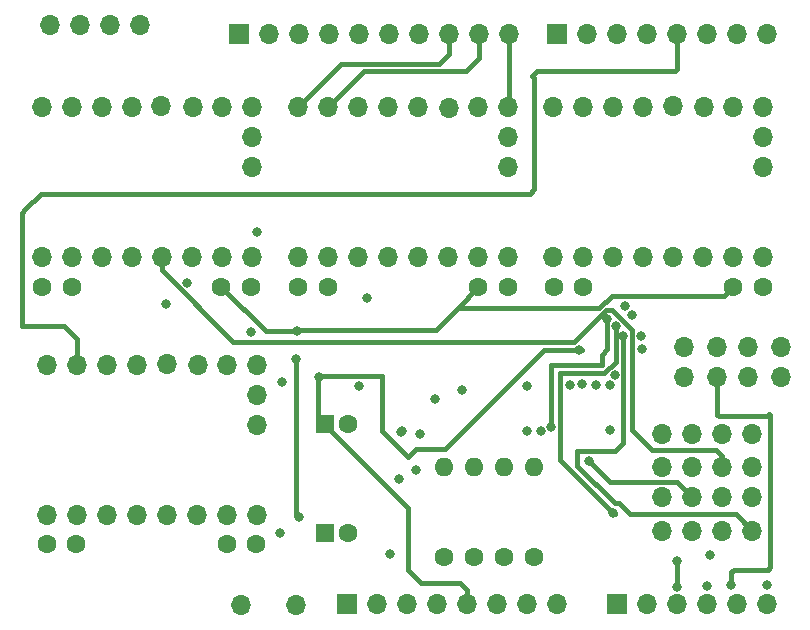
<source format=gbr>
%TF.GenerationSoftware,KiCad,Pcbnew,(6.0.6)*%
%TF.CreationDate,2022-07-08T14:07:57+08:00*%
%TF.ProjectId,Stepper,53746570-7065-4722-9e6b-696361645f70,rev?*%
%TF.SameCoordinates,Original*%
%TF.FileFunction,Copper,L3,Inr*%
%TF.FilePolarity,Positive*%
%FSLAX46Y46*%
G04 Gerber Fmt 4.6, Leading zero omitted, Abs format (unit mm)*
G04 Created by KiCad (PCBNEW (6.0.6)) date 2022-07-08 14:07:57*
%MOMM*%
%LPD*%
G01*
G04 APERTURE LIST*
%TA.AperFunction,ComponentPad*%
%ADD10R,1.700000X1.700000*%
%TD*%
%TA.AperFunction,ComponentPad*%
%ADD11O,1.700000X1.700000*%
%TD*%
%TA.AperFunction,ComponentPad*%
%ADD12C,1.600000*%
%TD*%
%TA.AperFunction,ComponentPad*%
%ADD13O,1.600000X1.600000*%
%TD*%
%TA.AperFunction,ComponentPad*%
%ADD14R,1.600000X1.600000*%
%TD*%
%TA.AperFunction,ViaPad*%
%ADD15C,0.800000*%
%TD*%
%TA.AperFunction,Conductor*%
%ADD16C,0.400000*%
%TD*%
G04 APERTURE END LIST*
D10*
%TO.N,unconnected-(J1-Pad1)*%
%TO.C,J1*%
X127940000Y-97460000D03*
D11*
%TO.N,/IOREF*%
X130480000Y-97460000D03*
%TO.N,/~{RESET}*%
X133020000Y-97460000D03*
%TO.N,+3V3*%
X135560000Y-97460000D03*
%TO.N,+5V*%
X138100000Y-97460000D03*
%TO.N,GND*%
X140640000Y-97460000D03*
X143180000Y-97460000D03*
%TO.N,VCC*%
X145720000Y-97460000D03*
%TD*%
D10*
%TO.N,/A0*%
%TO.C,J3*%
X150800000Y-97460000D03*
D11*
%TO.N,/A1*%
X153340000Y-97460000D03*
%TO.N,/A2*%
X155880000Y-97460000D03*
%TO.N,/A3*%
X158420000Y-97460000D03*
%TO.N,/SDA{slash}A4*%
X160960000Y-97460000D03*
%TO.N,/SCL{slash}A5*%
X163500000Y-97460000D03*
%TD*%
D10*
%TO.N,/SCL{slash}A5*%
%TO.C,J2*%
X118796000Y-49200000D03*
D11*
%TO.N,/SDA{slash}A4*%
X121336000Y-49200000D03*
%TO.N,/AREF*%
X123876000Y-49200000D03*
%TO.N,GND*%
X126416000Y-49200000D03*
%TO.N,/13*%
X128956000Y-49200000D03*
%TO.N,/12*%
X131496000Y-49200000D03*
%TO.N,/\u002A11*%
X134036000Y-49200000D03*
%TO.N,/\u002A10*%
X136576000Y-49200000D03*
%TO.N,/\u002A9*%
X139116000Y-49200000D03*
%TO.N,/8*%
X141656000Y-49200000D03*
%TD*%
D10*
%TO.N,/7*%
%TO.C,J4*%
X145720000Y-49200000D03*
D11*
%TO.N,/\u002A6*%
X148260000Y-49200000D03*
%TO.N,/\u002A5*%
X150800000Y-49200000D03*
%TO.N,/4*%
X153340000Y-49200000D03*
%TO.N,/\u002A3*%
X155880000Y-49200000D03*
%TO.N,/2*%
X158420000Y-49200000D03*
%TO.N,/TX{slash}1*%
X160960000Y-49200000D03*
%TO.N,/RX{slash}0*%
X163500000Y-49200000D03*
%TD*%
%TO.N,N/C*%
%TO.C,*%
X119900000Y-57840000D03*
%TD*%
%TO.N,N/C*%
%TO.C,*%
X133970000Y-68060000D03*
%TD*%
%TO.N,N/C*%
%TO.C,*%
X156500000Y-75660000D03*
%TD*%
%TO.N,N/C*%
%TO.C,*%
X133925799Y-55355827D03*
%TD*%
%TO.N,N/C*%
%TO.C,*%
X131430000Y-68060000D03*
%TD*%
%TO.N,N/C*%
%TO.C,*%
X104660000Y-68000000D03*
%TD*%
%TO.N,N/C*%
%TO.C,*%
X156500000Y-78200000D03*
%TD*%
%TO.N,N/C*%
%TO.C,*%
X117824201Y-77144173D03*
%TD*%
%TO.N,N/C*%
%TO.C,*%
X112700000Y-77140000D03*
%TD*%
%TO.N,N/C*%
%TO.C,*%
X158191710Y-55371710D03*
%TD*%
D12*
%TO.N,N/C*%
%TO.C,REF\u002A\u002A*%
X139050000Y-70600000D03*
X141550000Y-70600000D03*
%TD*%
D11*
%TO.N,N/C*%
%TO.C,*%
X117360000Y-68000000D03*
%TD*%
%TO.N,N/C*%
%TO.C,*%
X147960000Y-55300000D03*
%TD*%
%TO.N,N/C*%
%TO.C,*%
X162220000Y-83000000D03*
%TD*%
%TO.N,N/C*%
%TO.C,*%
X147960000Y-68000000D03*
%TD*%
%TO.N,N/C*%
%TO.C,*%
X157160000Y-91200000D03*
%TD*%
%TO.N,N/C*%
%TO.C,*%
X105124201Y-77144173D03*
%TD*%
%TO.N,N/C*%
%TO.C,*%
X120364201Y-82224173D03*
%TD*%
%TO.N,N/C*%
%TO.C,*%
X139050000Y-68060000D03*
%TD*%
%TO.N,N/C*%
%TO.C,*%
X119900000Y-55300000D03*
%TD*%
%TO.N,N/C*%
%TO.C,*%
X150500000Y-68000000D03*
%TD*%
%TO.N,N/C*%
%TO.C,*%
X154620000Y-91200000D03*
%TD*%
%TO.N,N/C*%
%TO.C,*%
X157140000Y-83000000D03*
%TD*%
%TO.N,N/C*%
%TO.C,*%
X145420000Y-68000000D03*
%TD*%
%TO.N,N/C*%
%TO.C,*%
X163200000Y-68000000D03*
%TD*%
%TO.N,N/C*%
%TO.C,*%
X159680000Y-83000000D03*
%TD*%
%TO.N,N/C*%
%TO.C,*%
X150500000Y-55300000D03*
%TD*%
%TO.N,N/C*%
%TO.C,*%
X163200000Y-60380000D03*
%TD*%
%TO.N,N/C*%
%TO.C,*%
X123810000Y-55360000D03*
%TD*%
%TO.N,N/C*%
%TO.C,*%
X119900000Y-60380000D03*
%TD*%
D12*
%TO.N,N/C*%
%TO.C,REF\u002A\u002A*%
X160660000Y-70540000D03*
X163160000Y-70540000D03*
%TD*%
%TO.N,N/C*%
%TO.C,REF\u002A\u002A*%
X143800000Y-93400000D03*
D13*
X143800000Y-85780000D03*
%TD*%
D11*
%TO.N,N/C*%
%TO.C,*%
X126350000Y-68060000D03*
%TD*%
%TO.N,N/C*%
%TO.C,*%
X115355911Y-77215883D03*
%TD*%
%TO.N,N/C*%
%TO.C,*%
X109740000Y-55300000D03*
%TD*%
%TO.N,N/C*%
%TO.C,*%
X114891710Y-55371710D03*
%TD*%
%TO.N,N/C*%
%TO.C,*%
X141590000Y-68060000D03*
%TD*%
%TO.N,N/C*%
%TO.C,*%
X102584201Y-77144173D03*
%TD*%
%TO.N,N/C*%
%TO.C,*%
X164700000Y-78180000D03*
%TD*%
%TO.N,N/C*%
%TO.C,*%
X161900000Y-78180000D03*
%TD*%
%TO.N,N/C*%
%TO.C,*%
X157160000Y-88400000D03*
%TD*%
%TO.N,N/C*%
%TO.C,*%
X107860000Y-48400000D03*
%TD*%
%TO.N,N/C*%
%TO.C,*%
X159700000Y-91200000D03*
%TD*%
%TO.N,N/C*%
%TO.C,*%
X128890000Y-68060000D03*
%TD*%
%TO.N,N/C*%
%TO.C,*%
X102584201Y-89844173D03*
%TD*%
%TO.N,N/C*%
%TO.C,*%
X160660000Y-68000000D03*
%TD*%
%TO.N,N/C*%
%TO.C,*%
X131430000Y-55360000D03*
%TD*%
D12*
%TO.N,N/C*%
%TO.C,REF\u002A\u002A*%
X136180000Y-93400000D03*
D13*
X136180000Y-85780000D03*
%TD*%
D11*
%TO.N,N/C*%
%TO.C,*%
X105124201Y-89844173D03*
%TD*%
%TO.N,N/C*%
%TO.C,*%
X157160000Y-85800000D03*
%TD*%
%TO.N,N/C*%
%TO.C,*%
X153040000Y-68000000D03*
%TD*%
%TO.N,N/C*%
%TO.C,*%
X141590000Y-55360000D03*
%TD*%
%TO.N,N/C*%
%TO.C,*%
X119900000Y-68000000D03*
%TD*%
%TO.N,N/C*%
%TO.C,*%
X117824201Y-89844173D03*
%TD*%
D14*
%TO.N,N/C*%
%TO.C,REF\u002A\u002A*%
X126044888Y-91400000D03*
D12*
X128044888Y-91400000D03*
%TD*%
D11*
%TO.N,N/C*%
%TO.C,*%
X104660000Y-55300000D03*
%TD*%
D12*
%TO.N,N/C*%
%TO.C,REF\u002A\u002A*%
X138720000Y-93400000D03*
D13*
X138720000Y-85780000D03*
%TD*%
D11*
%TO.N,N/C*%
%TO.C,*%
X161900000Y-75640000D03*
%TD*%
%TO.N,N/C*%
%TO.C,*%
X102120000Y-55300000D03*
%TD*%
%TO.N,N/C*%
%TO.C,*%
X163200000Y-57840000D03*
%TD*%
%TO.N,N/C*%
%TO.C,*%
X154620000Y-85800000D03*
%TD*%
%TO.N,N/C*%
%TO.C,*%
X162240000Y-88400000D03*
%TD*%
%TO.N,N/C*%
%TO.C,*%
X136581710Y-55431710D03*
%TD*%
%TO.N,N/C*%
%TO.C,*%
X155580000Y-68000000D03*
%TD*%
%TO.N,N/C*%
%TO.C,*%
X164700000Y-75640000D03*
%TD*%
%TO.N,N/C*%
%TO.C,*%
X141590000Y-60440000D03*
%TD*%
D12*
%TO.N,N/C*%
%TO.C,REF\u002A\u002A*%
X141260000Y-93400000D03*
D13*
X141260000Y-85780000D03*
%TD*%
D11*
%TO.N,N/C*%
%TO.C,*%
X109740000Y-68000000D03*
%TD*%
%TO.N,N/C*%
%TO.C,*%
X136510000Y-68060000D03*
%TD*%
%TO.N,N/C*%
%TO.C,*%
X159700000Y-85800000D03*
%TD*%
%TO.N,N/C*%
%TO.C,*%
X154620000Y-88400000D03*
%TD*%
%TO.N,N/C*%
%TO.C,*%
X160660000Y-55300000D03*
%TD*%
%TO.N,N/C*%
%TO.C,*%
X114820000Y-68000000D03*
%TD*%
%TO.N,N/C*%
%TO.C,*%
X123810000Y-68060000D03*
%TD*%
%TO.N,N/C*%
%TO.C,*%
X120364201Y-89844173D03*
%TD*%
%TO.N,N/C*%
%TO.C,*%
X107664201Y-89844173D03*
%TD*%
%TO.N,N/C*%
%TO.C,*%
X128890000Y-55360000D03*
%TD*%
%TO.N,N/C*%
%TO.C,*%
X117360000Y-55300000D03*
%TD*%
%TO.N,N/C*%
%TO.C,*%
X155535799Y-55295827D03*
%TD*%
%TO.N,N/C*%
%TO.C,*%
X163200000Y-55300000D03*
%TD*%
%TO.N,N/C*%
%TO.C,*%
X159700000Y-88400000D03*
%TD*%
D12*
%TO.N,N/C*%
%TO.C,REF\u002A\u002A*%
X145460000Y-70540000D03*
X147960000Y-70540000D03*
%TD*%
D11*
%TO.N,GND*%
%TO.C,*%
X123600000Y-97500000D03*
%TD*%
%TO.N,N/C*%
%TO.C,*%
X115284201Y-89844173D03*
%TD*%
%TO.N,N/C*%
%TO.C,*%
X126350000Y-55360000D03*
%TD*%
D14*
%TO.N,N/C*%
%TO.C,REF\u002A\u002A*%
X126044888Y-82200000D03*
D12*
X128044888Y-82200000D03*
%TD*%
D11*
%TO.N,N/C*%
%TO.C,*%
X112280000Y-68000000D03*
%TD*%
%TO.N,N/C*%
%TO.C,*%
X159300000Y-75640000D03*
%TD*%
D12*
%TO.N,N/C*%
%TO.C,REF\u002A\u002A*%
X123810000Y-70600000D03*
X126310000Y-70600000D03*
%TD*%
D11*
%TO.N,N/C*%
%TO.C,*%
X107200000Y-55300000D03*
%TD*%
%TO.N,N/C*%
%TO.C,*%
X110204201Y-77144173D03*
%TD*%
%TO.N,N/C*%
%TO.C,*%
X153040000Y-55300000D03*
%TD*%
%TO.N,VCC*%
%TO.C,*%
X119000000Y-97500000D03*
%TD*%
%TO.N,N/C*%
%TO.C,*%
X102120000Y-68000000D03*
%TD*%
%TO.N,N/C*%
%TO.C,*%
X110204201Y-89844173D03*
%TD*%
D12*
%TO.N,N/C*%
%TO.C,REF\u002A\u002A*%
X102540000Y-92380000D03*
X105040000Y-92380000D03*
%TD*%
D11*
%TO.N,N/C*%
%TO.C,*%
X162240000Y-85800000D03*
%TD*%
%TO.N,N/C*%
%TO.C,*%
X112744201Y-89844173D03*
%TD*%
%TO.N,N/C*%
%TO.C,*%
X107200000Y-68000000D03*
%TD*%
%TO.N,N/C*%
%TO.C,*%
X141590000Y-57900000D03*
%TD*%
%TO.N,N/C*%
%TO.C,*%
X162240000Y-91200000D03*
%TD*%
%TO.N,N/C*%
%TO.C,*%
X145420000Y-55300000D03*
%TD*%
%TO.N,N/C*%
%TO.C,*%
X120364201Y-79684173D03*
%TD*%
%TO.N,N/C*%
%TO.C,*%
X158120000Y-68000000D03*
%TD*%
D12*
%TO.N,N/C*%
%TO.C,REF\u002A\u002A*%
X117780000Y-92380000D03*
X120280000Y-92380000D03*
%TD*%
%TO.N,N/C*%
%TO.C,REF\u002A\u002A*%
X102146709Y-70571710D03*
X104646709Y-70571710D03*
%TD*%
D11*
%TO.N,N/C*%
%TO.C,*%
X110400000Y-48400000D03*
%TD*%
%TO.N,N/C*%
%TO.C,*%
X112235799Y-55295827D03*
%TD*%
%TO.N,N/C*%
%TO.C,*%
X154600000Y-83000000D03*
%TD*%
%TO.N,N/C*%
%TO.C,*%
X102780000Y-48400000D03*
%TD*%
%TO.N,N/C*%
%TO.C,*%
X120364201Y-77144173D03*
%TD*%
%TO.N,N/C*%
%TO.C,*%
X105320000Y-48400000D03*
%TD*%
%TO.N,N/C*%
%TO.C,*%
X159300000Y-78180000D03*
%TD*%
%TO.N,N/C*%
%TO.C,*%
X139050000Y-55360000D03*
%TD*%
%TO.N,N/C*%
%TO.C,*%
X107664201Y-77144173D03*
%TD*%
D12*
%TO.N,N/C*%
%TO.C,REF\u002A\u002A*%
X117315799Y-70540000D03*
X119815799Y-70540000D03*
%TD*%
D15*
%TO.N,*%
X152800000Y-74700000D03*
X137700000Y-79300000D03*
X150200000Y-78900000D03*
X135400000Y-80100000D03*
X150200000Y-78900000D03*
X158700000Y-93300000D03*
X131600000Y-93200000D03*
X132550000Y-82850000D03*
X134100000Y-83000000D03*
X148400000Y-85300000D03*
X151300000Y-74700000D03*
X134100000Y-83000000D03*
X150600000Y-78000000D03*
X149000000Y-78900000D03*
X134100000Y-83000000D03*
X132600000Y-82800000D03*
X150700000Y-73900000D03*
X147800000Y-78800000D03*
X145200000Y-82400000D03*
X150200000Y-82700000D03*
X143200000Y-79000000D03*
X144350000Y-82750000D03*
X150000000Y-73300000D03*
X152900000Y-75800000D03*
X134100000Y-83000000D03*
X150500000Y-89700000D03*
X143200000Y-82800000D03*
X151500000Y-72200000D03*
X123700000Y-74300000D03*
X152050000Y-72950000D03*
X146800000Y-78900000D03*
X145200000Y-82400000D03*
X147800000Y-78800000D03*
X114400000Y-70200000D03*
%TO.N,GND*%
X120350000Y-65950000D03*
X123850000Y-90050000D03*
X132350000Y-86850000D03*
X129000000Y-79000000D03*
X123600000Y-76700000D03*
X133800000Y-86100000D03*
%TO.N,+5V*%
X147600000Y-75900000D03*
X112600000Y-72000000D03*
X125600000Y-78200000D03*
%TO.N,/A2*%
X155880000Y-96020000D03*
X155850000Y-93750000D03*
%TO.N,/A3*%
X158420000Y-95920000D03*
%TO.N,/SDA{slash}A4*%
X160450000Y-95850000D03*
%TO.N,/SCL{slash}A5*%
X163500000Y-95800000D03*
%TO.N,VCC*%
X129600000Y-71500000D03*
X119815799Y-74400000D03*
X122400000Y-78600000D03*
X122300000Y-91400000D03*
%TD*%
D16*
%TO.N,*%
X148400000Y-85300000D02*
X150200000Y-87100000D01*
X150700000Y-73900000D02*
X150700000Y-76900000D01*
X151300000Y-74700000D02*
X151300000Y-83800000D01*
X150000000Y-75800000D02*
X149500000Y-76300000D01*
X146000000Y-85200000D02*
X150500000Y-89700000D01*
X150400000Y-72500000D02*
X152100000Y-74200000D01*
X152100000Y-74200000D02*
X152100000Y-82700000D01*
X150500000Y-89700000D02*
X150600000Y-89800000D01*
X150200000Y-87100000D02*
X155860000Y-87100000D01*
X149500000Y-77200000D02*
X145200000Y-77200000D01*
X155860000Y-87100000D02*
X157160000Y-88400000D01*
X159700000Y-84900000D02*
X159700000Y-85800000D01*
X146000000Y-77900000D02*
X146000000Y-85200000D01*
X147400000Y-85700000D02*
X150600000Y-88900000D01*
X151900000Y-89800000D02*
X160840000Y-89800000D01*
X118300000Y-75200000D02*
X147200000Y-75200000D01*
X150000000Y-73300000D02*
X150000000Y-75800000D01*
X145200000Y-77200000D02*
X145200000Y-82400000D01*
X147200000Y-75200000D02*
X149900000Y-72500000D01*
X150600000Y-84500000D02*
X147400000Y-84500000D01*
X150700000Y-76900000D02*
X149700000Y-77900000D01*
X150600000Y-88900000D02*
X151000000Y-88900000D01*
X112280000Y-69180000D02*
X118300000Y-75200000D01*
X149900000Y-72500000D02*
X150400000Y-72500000D01*
X152100000Y-82700000D02*
X153800000Y-84400000D01*
X151000000Y-88900000D02*
X151900000Y-89800000D01*
X159200000Y-84400000D02*
X159700000Y-84900000D01*
X151300000Y-83800000D02*
X150600000Y-84500000D01*
X160840000Y-89800000D02*
X162240000Y-91200000D01*
X153800000Y-84400000D02*
X159200000Y-84400000D01*
X147400000Y-84500000D02*
X147400000Y-85700000D01*
X112280000Y-68000000D02*
X112280000Y-69180000D01*
X149700000Y-77900000D02*
X146000000Y-77900000D01*
X149500000Y-76300000D02*
X149500000Y-77200000D01*
%TO.N,GND*%
X123850000Y-90050000D02*
X123600000Y-89800000D01*
X121075799Y-74300000D02*
X117315799Y-70540000D01*
X149300000Y-72400000D02*
X150400000Y-71300000D01*
X150400000Y-71300000D02*
X159900000Y-71300000D01*
X137400000Y-72400000D02*
X149300000Y-72400000D01*
X137325000Y-72325000D02*
X139050000Y-70600000D01*
X123700000Y-74300000D02*
X121075799Y-74300000D01*
X123700000Y-74300000D02*
X123800000Y-74200000D01*
X123600000Y-89800000D02*
X123600000Y-76700000D01*
X123800000Y-74200000D02*
X135450000Y-74200000D01*
X159900000Y-71300000D02*
X160660000Y-70540000D01*
X137325000Y-72325000D02*
X137400000Y-72400000D01*
X135450000Y-74200000D02*
X137325000Y-72325000D01*
%TO.N,+5V*%
X125500000Y-81655112D02*
X133100000Y-89255112D01*
X133100000Y-94500000D02*
X134200000Y-95600000D01*
X138100000Y-96200000D02*
X138100000Y-97460000D01*
X133800000Y-84300000D02*
X133100000Y-85000000D01*
X130900000Y-78100000D02*
X125700000Y-78100000D01*
X147600000Y-75900000D02*
X147800000Y-75900000D01*
X133100000Y-89255112D02*
X133100000Y-94500000D01*
X125700000Y-78100000D02*
X125600000Y-78200000D01*
X134200000Y-95600000D02*
X137500000Y-95600000D01*
X144600000Y-75900000D02*
X136200000Y-84300000D01*
X136200000Y-84300000D02*
X133800000Y-84300000D01*
X125500000Y-78300000D02*
X125500000Y-81655112D01*
X130900000Y-82800000D02*
X130900000Y-78100000D01*
X137500000Y-95600000D02*
X138100000Y-96200000D01*
X147600000Y-75900000D02*
X144600000Y-75900000D01*
X125600000Y-78200000D02*
X125500000Y-78300000D01*
X133100000Y-85000000D02*
X130900000Y-82800000D01*
%TO.N,/A2*%
X155880000Y-93780000D02*
X155850000Y-93750000D01*
X155880000Y-96020000D02*
X155880000Y-93780000D01*
%TO.N,/SDA{slash}A4*%
X163600000Y-94500000D02*
X160700000Y-94500000D01*
X159400000Y-81500000D02*
X163500000Y-81500000D01*
X159300000Y-81400000D02*
X159400000Y-81500000D01*
X163800000Y-94300000D02*
X163600000Y-94500000D01*
X159300000Y-78180000D02*
X159300000Y-81400000D01*
X163700000Y-81300000D02*
X163800000Y-81400000D01*
X160450000Y-94750000D02*
X160450000Y-95850000D01*
X163500000Y-81500000D02*
X163700000Y-81300000D01*
X160700000Y-94500000D02*
X160450000Y-94750000D01*
X163800000Y-81400000D02*
X163800000Y-94300000D01*
%TO.N,/8*%
X141656000Y-49200000D02*
X141656000Y-55294000D01*
X141656000Y-55294000D02*
X141590000Y-55360000D01*
%TO.N,/\u002A10*%
X136576000Y-50824000D02*
X136576000Y-49200000D01*
X123810000Y-55360000D02*
X127470000Y-51700000D01*
X127470000Y-51700000D02*
X135700000Y-51700000D01*
X135700000Y-51700000D02*
X136576000Y-50824000D01*
%TO.N,/\u002A9*%
X126350000Y-55360000D02*
X129410000Y-52300000D01*
X138000000Y-52300000D02*
X139116000Y-51184000D01*
X139116000Y-51184000D02*
X139116000Y-49200000D01*
X129410000Y-52300000D02*
X138000000Y-52300000D01*
%TO.N,/\u002A3*%
X143600000Y-52700000D02*
X144000000Y-52300000D01*
X102200000Y-62700000D02*
X143400000Y-62700000D01*
X102000000Y-62700000D02*
X102200000Y-62700000D01*
X100400000Y-73900000D02*
X100400000Y-64300000D01*
X104100000Y-74000000D02*
X104000000Y-73900000D01*
X100400000Y-64300000D02*
X100700000Y-64000000D01*
X100700000Y-64000000D02*
X102000000Y-62700000D01*
X155880000Y-52120000D02*
X155880000Y-49200000D01*
X104000000Y-73900000D02*
X100400000Y-73900000D01*
X105124201Y-77144173D02*
X105124201Y-75024201D01*
X105124201Y-75024201D02*
X104100000Y-74000000D01*
X143400000Y-62700000D02*
X143800000Y-62300000D01*
X155700000Y-52300000D02*
X155880000Y-52120000D01*
X143800000Y-52900000D02*
X143600000Y-52700000D01*
X144000000Y-52300000D02*
X155700000Y-52300000D01*
X143800000Y-62300000D02*
X143800000Y-52900000D01*
%TD*%
M02*

</source>
